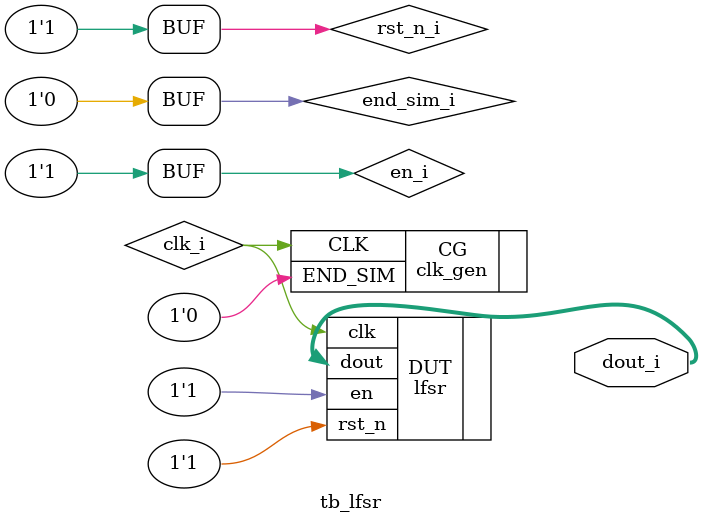
<source format=v>
/******************************
 * TESTBENCH for 24-bit LFSR
 *****************************/

module tb_lfsr (dout_i);

	wire clk_i;
	reg end_sim_i;
	reg rst_n_i;
	reg en_i;

	//reg [24:1] seed_i;
	output wire [20:0] dout_i;

	clk_gen CG(
		.END_SIM(end_sim_i),
		.CLK(clk_i));

	lfsr #(
		.N(20),
		.SEED(1)
	) DUT (
		
		.clk(clk_i),
		.rst_n(rst_n_i),
		.en(en_i),
		//.seed(seed_i),
		.dout(dout_i));

	//initial reset
	initial begin
		end_sim_i = 0;
		en_i = 1;
		//seed_i = 24'h000001;
		rst_n_i = 0; #6
		rst_n_i = 1; #18
		en_i = 0; #5
		en_i = 1;

	end
endmodule

</source>
